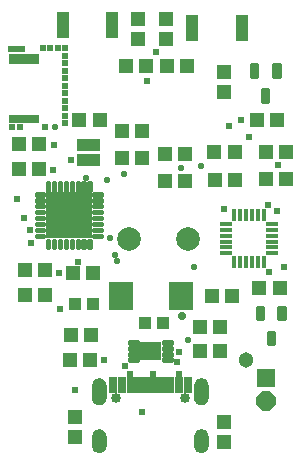
<source format=gts>
G04 EAGLE Gerber RS-274X export*
G75*
%MOMM*%
%FSLAX34Y34*%
%LPD*%
%INSoldermask Top*%
%IPPOS*%
%AMOC8*
5,1,8,0,0,1.08239X$1,22.5*%
G01*
%ADD10R,1.303200X1.203200*%
%ADD11R,1.203200X1.303200*%
%ADD12R,2.003200X2.403200*%
%ADD13C,0.853200*%
%ADD14R,0.803200X1.353200*%
%ADD15R,0.503200X1.353200*%
%ADD16R,1.643200X1.643200*%
%ADD17P,1.778583X8X22.500000*%
%ADD18C,1.303200*%
%ADD19C,0.357806*%
%ADD20C,2.003200*%
%ADD21R,1.003200X2.203200*%
%ADD22R,2.603200X0.803200*%
%ADD23R,2.603200X0.838200*%
%ADD24C,0.269722*%
%ADD25R,3.903200X3.903200*%
%ADD26R,0.993200X0.463200*%
%ADD27R,0.463200X0.993200*%
%ADD28C,0.222403*%
%ADD29R,1.828200X1.628200*%
%ADD30C,0.362206*%
%ADD31R,0.978200X1.078200*%
%ADD32R,1.003200X1.003200*%
%ADD33C,0.605600*%
%ADD34C,0.555600*%
%ADD35C,0.705600*%

G36*
X167407Y59735D02*
X167407Y59735D01*
X167412Y59740D01*
X167416Y59737D01*
X168542Y60078D01*
X168546Y60084D01*
X168551Y60082D01*
X169588Y60637D01*
X169591Y60643D01*
X169596Y60642D01*
X170505Y61388D01*
X170507Y61395D01*
X170512Y61395D01*
X171258Y62304D01*
X171258Y62311D01*
X171264Y62312D01*
X171818Y63349D01*
X171817Y63357D01*
X171822Y63358D01*
X171938Y63743D01*
X172133Y64383D01*
X172163Y64484D01*
X172161Y64491D01*
X172165Y64493D01*
X172280Y65664D01*
X172278Y65667D01*
X172281Y65669D01*
X172281Y76669D01*
X172278Y76672D01*
X172280Y76674D01*
X172165Y77844D01*
X172160Y77849D01*
X172163Y77854D01*
X171822Y78979D01*
X171816Y78983D01*
X171818Y78988D01*
X171264Y80025D01*
X171257Y80028D01*
X171258Y80033D01*
X170512Y80943D01*
X170505Y80944D01*
X170505Y80949D01*
X169596Y81696D01*
X169589Y81696D01*
X169588Y81701D01*
X168551Y82255D01*
X168543Y82254D01*
X168542Y82259D01*
X167416Y82601D01*
X167409Y82598D01*
X167407Y82602D01*
X166236Y82718D01*
X166235Y82717D01*
X166234Y82718D01*
X166229Y82718D01*
X166227Y82717D01*
X166226Y82718D01*
X165056Y82602D01*
X165051Y82598D01*
X165046Y82601D01*
X163921Y82259D01*
X163917Y82253D01*
X163912Y82255D01*
X162875Y81701D01*
X162872Y81694D01*
X162867Y81696D01*
X161957Y80949D01*
X161956Y80942D01*
X161951Y80943D01*
X161204Y80033D01*
X161204Y80026D01*
X161199Y80025D01*
X160645Y78988D01*
X160646Y78981D01*
X160641Y78979D01*
X160599Y78840D01*
X160405Y78200D01*
X160299Y77854D01*
X160302Y77847D01*
X160298Y77844D01*
X160182Y76674D01*
X160184Y76670D01*
X160182Y76669D01*
X160182Y65669D01*
X160184Y65666D01*
X160182Y65664D01*
X160298Y64493D01*
X160302Y64488D01*
X160299Y64484D01*
X160641Y63358D01*
X160647Y63354D01*
X160645Y63349D01*
X161199Y62312D01*
X161206Y62309D01*
X161204Y62304D01*
X161951Y61395D01*
X161958Y61393D01*
X161957Y61388D01*
X162867Y60642D01*
X162874Y60642D01*
X162875Y60637D01*
X163912Y60082D01*
X163919Y60083D01*
X163921Y60078D01*
X165046Y59737D01*
X165053Y59739D01*
X165056Y59735D01*
X166226Y59620D01*
X166233Y59624D01*
X166236Y59620D01*
X167407Y59735D01*
G37*
G36*
X81007Y59735D02*
X81007Y59735D01*
X81012Y59740D01*
X81016Y59737D01*
X82142Y60078D01*
X82146Y60084D01*
X82151Y60082D01*
X83188Y60637D01*
X83191Y60643D01*
X83196Y60642D01*
X84105Y61388D01*
X84107Y61395D01*
X84112Y61395D01*
X84858Y62304D01*
X84858Y62311D01*
X84864Y62312D01*
X85418Y63349D01*
X85417Y63357D01*
X85422Y63358D01*
X85538Y63743D01*
X85733Y64383D01*
X85763Y64484D01*
X85761Y64491D01*
X85765Y64493D01*
X85880Y65664D01*
X85878Y65667D01*
X85881Y65669D01*
X85881Y76669D01*
X85878Y76672D01*
X85880Y76674D01*
X85765Y77844D01*
X85760Y77849D01*
X85763Y77854D01*
X85422Y78979D01*
X85416Y78983D01*
X85418Y78988D01*
X84864Y80025D01*
X84857Y80028D01*
X84858Y80033D01*
X84112Y80943D01*
X84105Y80944D01*
X84105Y80949D01*
X83196Y81696D01*
X83189Y81696D01*
X83188Y81701D01*
X82151Y82255D01*
X82143Y82254D01*
X82142Y82259D01*
X81016Y82601D01*
X81009Y82598D01*
X81007Y82602D01*
X79836Y82718D01*
X79835Y82717D01*
X79834Y82718D01*
X79829Y82718D01*
X79827Y82717D01*
X79826Y82718D01*
X78656Y82602D01*
X78651Y82598D01*
X78646Y82601D01*
X77521Y82259D01*
X77517Y82253D01*
X77512Y82255D01*
X76475Y81701D01*
X76472Y81694D01*
X76467Y81696D01*
X75557Y80949D01*
X75556Y80942D01*
X75551Y80943D01*
X74804Y80033D01*
X74804Y80026D01*
X74799Y80025D01*
X74245Y78988D01*
X74246Y78981D01*
X74241Y78979D01*
X74199Y78840D01*
X74005Y78200D01*
X73899Y77854D01*
X73902Y77847D01*
X73898Y77844D01*
X73782Y76674D01*
X73784Y76670D01*
X73782Y76669D01*
X73782Y65669D01*
X73784Y65666D01*
X73782Y65664D01*
X73898Y64493D01*
X73902Y64488D01*
X73899Y64484D01*
X74241Y63358D01*
X74247Y63354D01*
X74245Y63349D01*
X74799Y62312D01*
X74806Y62309D01*
X74804Y62304D01*
X75551Y61395D01*
X75558Y61393D01*
X75557Y61388D01*
X76467Y60642D01*
X76474Y60642D01*
X76475Y60637D01*
X77512Y60082D01*
X77519Y60083D01*
X77521Y60078D01*
X78646Y59737D01*
X78653Y59739D01*
X78656Y59735D01*
X79826Y59620D01*
X79833Y59624D01*
X79836Y59620D01*
X81007Y59735D01*
G37*
G36*
X81007Y19435D02*
X81007Y19435D01*
X81012Y19440D01*
X81016Y19437D01*
X82142Y19778D01*
X82146Y19784D01*
X82151Y19782D01*
X83188Y20337D01*
X83191Y20343D01*
X83196Y20342D01*
X84105Y21088D01*
X84107Y21095D01*
X84112Y21095D01*
X84858Y22004D01*
X84858Y22011D01*
X84864Y22012D01*
X85418Y23049D01*
X85417Y23057D01*
X85422Y23058D01*
X85538Y23443D01*
X85733Y24083D01*
X85763Y24184D01*
X85761Y24191D01*
X85765Y24193D01*
X85880Y25364D01*
X85878Y25367D01*
X85881Y25369D01*
X85881Y33369D01*
X85878Y33372D01*
X85880Y33374D01*
X85765Y34544D01*
X85760Y34549D01*
X85763Y34554D01*
X85422Y35679D01*
X85416Y35683D01*
X85418Y35688D01*
X84864Y36725D01*
X84857Y36728D01*
X84858Y36733D01*
X84112Y37643D01*
X84105Y37644D01*
X84105Y37649D01*
X83196Y38396D01*
X83189Y38396D01*
X83188Y38401D01*
X82151Y38955D01*
X82143Y38954D01*
X82142Y38959D01*
X81016Y39301D01*
X81009Y39298D01*
X81007Y39302D01*
X79836Y39418D01*
X79830Y39414D01*
X79826Y39418D01*
X78656Y39302D01*
X78651Y39298D01*
X78646Y39301D01*
X77521Y38959D01*
X77517Y38953D01*
X77512Y38955D01*
X76475Y38401D01*
X76472Y38394D01*
X76467Y38396D01*
X75557Y37649D01*
X75556Y37642D01*
X75551Y37643D01*
X74804Y36733D01*
X74804Y36726D01*
X74799Y36725D01*
X74245Y35688D01*
X74245Y35685D01*
X74244Y35684D01*
X74246Y35681D01*
X74241Y35679D01*
X74063Y35093D01*
X74048Y35044D01*
X73899Y34554D01*
X73900Y34552D01*
X73899Y34551D01*
X73902Y34548D01*
X73902Y34547D01*
X73898Y34544D01*
X73782Y33374D01*
X73784Y33370D01*
X73782Y33369D01*
X73782Y25369D01*
X73784Y25366D01*
X73782Y25364D01*
X73898Y24193D01*
X73902Y24188D01*
X73899Y24184D01*
X74241Y23058D01*
X74247Y23054D01*
X74245Y23049D01*
X74799Y22012D01*
X74806Y22009D01*
X74804Y22004D01*
X75551Y21095D01*
X75558Y21093D01*
X75557Y21088D01*
X76467Y20342D01*
X76474Y20342D01*
X76475Y20337D01*
X77512Y19782D01*
X77519Y19783D01*
X77521Y19778D01*
X78646Y19437D01*
X78653Y19439D01*
X78656Y19435D01*
X79826Y19320D01*
X79833Y19324D01*
X79836Y19320D01*
X81007Y19435D01*
G37*
G36*
X167407Y19435D02*
X167407Y19435D01*
X167412Y19440D01*
X167416Y19437D01*
X168542Y19778D01*
X168546Y19784D01*
X168551Y19782D01*
X169588Y20337D01*
X169591Y20343D01*
X169596Y20342D01*
X170505Y21088D01*
X170507Y21095D01*
X170512Y21095D01*
X171258Y22004D01*
X171258Y22011D01*
X171264Y22012D01*
X171818Y23049D01*
X171817Y23057D01*
X171822Y23058D01*
X171938Y23443D01*
X172133Y24083D01*
X172163Y24184D01*
X172161Y24191D01*
X172165Y24193D01*
X172280Y25364D01*
X172278Y25367D01*
X172281Y25369D01*
X172281Y33369D01*
X172278Y33372D01*
X172280Y33374D01*
X172165Y34544D01*
X172160Y34549D01*
X172163Y34554D01*
X171822Y35679D01*
X171816Y35683D01*
X171818Y35688D01*
X171264Y36725D01*
X171257Y36728D01*
X171258Y36733D01*
X170512Y37643D01*
X170505Y37644D01*
X170505Y37649D01*
X169596Y38396D01*
X169589Y38396D01*
X169588Y38401D01*
X168551Y38955D01*
X168543Y38954D01*
X168542Y38959D01*
X167416Y39301D01*
X167409Y39298D01*
X167407Y39302D01*
X166236Y39418D01*
X166230Y39414D01*
X166226Y39418D01*
X165056Y39302D01*
X165051Y39298D01*
X165046Y39301D01*
X163921Y38959D01*
X163917Y38953D01*
X163912Y38955D01*
X162875Y38401D01*
X162872Y38394D01*
X162867Y38396D01*
X161957Y37649D01*
X161956Y37642D01*
X161951Y37643D01*
X161204Y36733D01*
X161204Y36726D01*
X161199Y36725D01*
X160645Y35688D01*
X160645Y35685D01*
X160644Y35684D01*
X160646Y35681D01*
X160641Y35679D01*
X160463Y35093D01*
X160448Y35044D01*
X160299Y34554D01*
X160300Y34552D01*
X160299Y34551D01*
X160302Y34548D01*
X160302Y34547D01*
X160298Y34544D01*
X160182Y33374D01*
X160184Y33370D01*
X160182Y33369D01*
X160182Y25369D01*
X160184Y25366D01*
X160182Y25364D01*
X160298Y24193D01*
X160302Y24188D01*
X160299Y24184D01*
X160641Y23058D01*
X160647Y23054D01*
X160645Y23049D01*
X161199Y22012D01*
X161206Y22009D01*
X161204Y22004D01*
X161951Y21095D01*
X161958Y21093D01*
X161957Y21088D01*
X162867Y20342D01*
X162874Y20342D01*
X162875Y20337D01*
X163912Y19782D01*
X163919Y19783D01*
X163921Y19778D01*
X165046Y19437D01*
X165053Y19439D01*
X165056Y19435D01*
X166226Y19320D01*
X166233Y19324D01*
X166236Y19320D01*
X167407Y19435D01*
G37*
D10*
X98656Y269081D03*
X115656Y269081D03*
X220894Y273844D03*
X237894Y273844D03*
X237894Y251619D03*
X220894Y251619D03*
X72794Y119063D03*
X55794Y119063D03*
X174856Y152400D03*
X191856Y152400D03*
X72000Y97631D03*
X55000Y97631D03*
X135169Y249238D03*
X152169Y249238D03*
X33900Y173831D03*
X16900Y173831D03*
X33900Y153194D03*
X16900Y153194D03*
X62938Y300831D03*
X79938Y300831D03*
X98656Y292100D03*
X115656Y292100D03*
X11344Y280988D03*
X28344Y280988D03*
D11*
X136525Y370119D03*
X136525Y387119D03*
X112713Y370119D03*
X112713Y387119D03*
D10*
X212956Y300831D03*
X229956Y300831D03*
D11*
X185738Y341875D03*
X185738Y324875D03*
D10*
X215338Y158750D03*
X232338Y158750D03*
D12*
X149325Y152400D03*
X98325Y152400D03*
D13*
X151931Y66169D03*
X94131Y66169D03*
D14*
X91031Y76919D03*
X155031Y76919D03*
X99031Y76919D03*
X147031Y76919D03*
D15*
X125531Y76919D03*
X120531Y76919D03*
X130531Y76919D03*
X135531Y76919D03*
X140531Y76919D03*
X115531Y76919D03*
X110531Y76919D03*
X105531Y76919D03*
D16*
X220663Y83025D03*
D17*
X220663Y63025D03*
D18*
X203663Y98025D03*
D19*
X232298Y132547D02*
X232298Y141901D01*
X236852Y141901D01*
X236852Y132547D01*
X232298Y132547D01*
X232298Y135946D02*
X236852Y135946D01*
X236852Y139345D02*
X232298Y139345D01*
X223148Y120501D02*
X223148Y111147D01*
X223148Y120501D02*
X227702Y120501D01*
X227702Y111147D01*
X223148Y111147D01*
X223148Y114546D02*
X227702Y114546D01*
X227702Y117945D02*
X223148Y117945D01*
X213998Y132547D02*
X213998Y141901D01*
X218552Y141901D01*
X218552Y132547D01*
X213998Y132547D01*
X213998Y135946D02*
X218552Y135946D01*
X218552Y139345D02*
X213998Y139345D01*
D11*
X153756Y346869D03*
X136756Y346869D03*
X165331Y126206D03*
X182331Y126206D03*
X119308Y347186D03*
X102308Y347186D03*
D10*
X59531Y32775D03*
X59531Y49775D03*
X185738Y28806D03*
X185738Y45806D03*
D11*
X194238Y273844D03*
X177238Y273844D03*
X195031Y250825D03*
X178031Y250825D03*
X182331Y105569D03*
X165331Y105569D03*
X135169Y272256D03*
X152169Y272256D03*
D20*
X105175Y200819D03*
X155175Y200819D03*
D21*
X200388Y379413D03*
X158388Y379413D03*
X48850Y381794D03*
X90850Y381794D03*
D22*
X15875Y302419D03*
D23*
X15875Y353219D03*
D24*
X35457Y192445D02*
X37493Y192445D01*
X35457Y192445D02*
X35457Y199881D01*
X37493Y199881D01*
X37493Y192445D01*
X37493Y195007D02*
X35457Y195007D01*
X35457Y197569D02*
X37493Y197569D01*
X40457Y192445D02*
X42493Y192445D01*
X40457Y192445D02*
X40457Y199881D01*
X42493Y199881D01*
X42493Y192445D01*
X42493Y195007D02*
X40457Y195007D01*
X40457Y197569D02*
X42493Y197569D01*
X45457Y192445D02*
X47493Y192445D01*
X45457Y192445D02*
X45457Y199881D01*
X47493Y199881D01*
X47493Y192445D01*
X47493Y195007D02*
X45457Y195007D01*
X45457Y197569D02*
X47493Y197569D01*
X50457Y192445D02*
X52493Y192445D01*
X50457Y192445D02*
X50457Y199881D01*
X52493Y199881D01*
X52493Y192445D01*
X52493Y195007D02*
X50457Y195007D01*
X50457Y197569D02*
X52493Y197569D01*
X55457Y192445D02*
X57493Y192445D01*
X55457Y192445D02*
X55457Y199881D01*
X57493Y199881D01*
X57493Y192445D01*
X57493Y195007D02*
X55457Y195007D01*
X55457Y197569D02*
X57493Y197569D01*
X60457Y192445D02*
X62493Y192445D01*
X60457Y192445D02*
X60457Y199881D01*
X62493Y199881D01*
X62493Y192445D01*
X62493Y195007D02*
X60457Y195007D01*
X60457Y197569D02*
X62493Y197569D01*
X65457Y192445D02*
X67493Y192445D01*
X65457Y192445D02*
X65457Y199881D01*
X67493Y199881D01*
X67493Y192445D01*
X67493Y195007D02*
X65457Y195007D01*
X65457Y197569D02*
X67493Y197569D01*
X70457Y192445D02*
X72493Y192445D01*
X70457Y192445D02*
X70457Y199881D01*
X72493Y199881D01*
X72493Y192445D01*
X72493Y195007D02*
X70457Y195007D01*
X70457Y197569D02*
X72493Y197569D01*
X72493Y241445D02*
X70457Y241445D01*
X70457Y248881D01*
X72493Y248881D01*
X72493Y241445D01*
X72493Y244007D02*
X70457Y244007D01*
X70457Y246569D02*
X72493Y246569D01*
X67493Y241445D02*
X65457Y241445D01*
X65457Y248881D01*
X67493Y248881D01*
X67493Y241445D01*
X67493Y244007D02*
X65457Y244007D01*
X65457Y246569D02*
X67493Y246569D01*
X62493Y241445D02*
X60457Y241445D01*
X60457Y248881D01*
X62493Y248881D01*
X62493Y241445D01*
X62493Y244007D02*
X60457Y244007D01*
X60457Y246569D02*
X62493Y246569D01*
X57493Y241445D02*
X55457Y241445D01*
X55457Y248881D01*
X57493Y248881D01*
X57493Y241445D01*
X57493Y244007D02*
X55457Y244007D01*
X55457Y246569D02*
X57493Y246569D01*
X52493Y241445D02*
X50457Y241445D01*
X50457Y248881D01*
X52493Y248881D01*
X52493Y241445D01*
X52493Y244007D02*
X50457Y244007D01*
X50457Y246569D02*
X52493Y246569D01*
X47493Y241445D02*
X45457Y241445D01*
X45457Y248881D01*
X47493Y248881D01*
X47493Y241445D01*
X47493Y244007D02*
X45457Y244007D01*
X45457Y246569D02*
X47493Y246569D01*
X42493Y241445D02*
X40457Y241445D01*
X40457Y248881D01*
X42493Y248881D01*
X42493Y241445D01*
X42493Y244007D02*
X40457Y244007D01*
X40457Y246569D02*
X42493Y246569D01*
X37493Y241445D02*
X35457Y241445D01*
X35457Y248881D01*
X37493Y248881D01*
X37493Y241445D01*
X37493Y244007D02*
X35457Y244007D01*
X35457Y246569D02*
X37493Y246569D01*
X33193Y237145D02*
X25757Y237145D01*
X25757Y239181D01*
X33193Y239181D01*
X33193Y237145D01*
X33193Y232145D02*
X25757Y232145D01*
X25757Y234181D01*
X33193Y234181D01*
X33193Y232145D01*
X33193Y227145D02*
X25757Y227145D01*
X25757Y229181D01*
X33193Y229181D01*
X33193Y227145D01*
X33193Y222145D02*
X25757Y222145D01*
X25757Y224181D01*
X33193Y224181D01*
X33193Y222145D01*
X33193Y217145D02*
X25757Y217145D01*
X25757Y219181D01*
X33193Y219181D01*
X33193Y217145D01*
X33193Y212145D02*
X25757Y212145D01*
X25757Y214181D01*
X33193Y214181D01*
X33193Y212145D01*
X33193Y207145D02*
X25757Y207145D01*
X25757Y209181D01*
X33193Y209181D01*
X33193Y207145D01*
X33193Y202145D02*
X25757Y202145D01*
X25757Y204181D01*
X33193Y204181D01*
X33193Y202145D01*
X74757Y202145D02*
X82193Y202145D01*
X74757Y202145D02*
X74757Y204181D01*
X82193Y204181D01*
X82193Y202145D01*
X82193Y207145D02*
X74757Y207145D01*
X74757Y209181D01*
X82193Y209181D01*
X82193Y207145D01*
X82193Y212145D02*
X74757Y212145D01*
X74757Y214181D01*
X82193Y214181D01*
X82193Y212145D01*
X82193Y217145D02*
X74757Y217145D01*
X74757Y219181D01*
X82193Y219181D01*
X82193Y217145D01*
X82193Y222145D02*
X74757Y222145D01*
X74757Y224181D01*
X82193Y224181D01*
X82193Y222145D01*
X82193Y227145D02*
X74757Y227145D01*
X74757Y229181D01*
X82193Y229181D01*
X82193Y227145D01*
X82193Y232145D02*
X74757Y232145D01*
X74757Y234181D01*
X82193Y234181D01*
X82193Y232145D01*
X82193Y237145D02*
X74757Y237145D01*
X74757Y239181D01*
X82193Y239181D01*
X82193Y237145D01*
D25*
X53975Y220663D03*
D26*
X186675Y213319D03*
X186675Y208319D03*
X186675Y203319D03*
X186675Y198319D03*
X186675Y193319D03*
X186675Y188319D03*
D27*
X193875Y181119D03*
X198875Y181119D03*
X203875Y181119D03*
X208875Y181119D03*
X213875Y181119D03*
X218875Y181119D03*
D26*
X226075Y188319D03*
X226075Y193319D03*
X226075Y198319D03*
X226075Y203319D03*
X226075Y208319D03*
X226075Y213319D03*
D27*
X218875Y220519D03*
X213875Y220519D03*
X208875Y220519D03*
X203875Y220519D03*
X198875Y220519D03*
X193875Y220519D03*
D28*
X112785Y111815D02*
X104577Y111815D01*
X104577Y114323D01*
X112785Y114323D01*
X112785Y111815D01*
X112785Y113928D02*
X104577Y113928D01*
X104577Y106815D02*
X112785Y106815D01*
X104577Y106815D02*
X104577Y109323D01*
X112785Y109323D01*
X112785Y106815D01*
X112785Y108928D02*
X104577Y108928D01*
X104577Y101815D02*
X112785Y101815D01*
X104577Y101815D02*
X104577Y104323D01*
X112785Y104323D01*
X112785Y101815D01*
X112785Y103928D02*
X104577Y103928D01*
X104577Y96815D02*
X112785Y96815D01*
X104577Y96815D02*
X104577Y99323D01*
X112785Y99323D01*
X112785Y96815D01*
X112785Y98928D02*
X104577Y98928D01*
X133277Y99323D02*
X141485Y99323D01*
X141485Y96815D01*
X133277Y96815D01*
X133277Y99323D01*
X133277Y98928D02*
X141485Y98928D01*
X141485Y104323D02*
X133277Y104323D01*
X141485Y104323D02*
X141485Y101815D01*
X133277Y101815D01*
X133277Y104323D01*
X133277Y103928D02*
X141485Y103928D01*
X141485Y109323D02*
X133277Y109323D01*
X141485Y109323D02*
X141485Y106815D01*
X133277Y106815D01*
X133277Y109323D01*
X133277Y108928D02*
X141485Y108928D01*
X141485Y114323D02*
X133277Y114323D01*
X141485Y114323D02*
X141485Y111815D01*
X133277Y111815D01*
X133277Y114323D01*
X133277Y113928D02*
X141485Y113928D01*
D29*
X123031Y105569D03*
D30*
X227699Y337450D02*
X227699Y348060D01*
X232309Y348060D01*
X232309Y337450D01*
X227699Y337450D01*
X227699Y340891D02*
X232309Y340891D01*
X232309Y344332D02*
X227699Y344332D01*
X227699Y347773D02*
X232309Y347773D01*
X208699Y348060D02*
X208699Y337450D01*
X208699Y348060D02*
X213309Y348060D01*
X213309Y337450D01*
X208699Y337450D01*
X208699Y340891D02*
X213309Y340891D01*
X213309Y344332D02*
X208699Y344332D01*
X208699Y347773D02*
X213309Y347773D01*
X218199Y326760D02*
X218199Y316150D01*
X218199Y326760D02*
X222809Y326760D01*
X222809Y316150D01*
X218199Y316150D01*
X218199Y319591D02*
X222809Y319591D01*
X222809Y323032D02*
X218199Y323032D01*
X218199Y326473D02*
X222809Y326473D01*
D31*
X75514Y267474D03*
X75514Y280214D03*
X65774Y280214D03*
X65774Y267474D03*
D11*
X74381Y171450D03*
X57381Y171450D03*
D10*
X11344Y259556D03*
X28344Y259556D03*
D32*
X118706Y129381D03*
X133706Y129381D03*
X59175Y145256D03*
X74175Y145256D03*
D33*
X4763Y361156D03*
X9525Y361156D03*
X14288Y361156D03*
X31750Y361950D03*
X38100Y361950D03*
X44450Y361950D03*
X50800Y361950D03*
X50800Y355600D03*
X50800Y349250D03*
X50800Y342900D03*
X50800Y336550D03*
X50800Y330200D03*
X50800Y323850D03*
X50800Y317500D03*
X50800Y304800D03*
X50800Y298450D03*
D34*
X42069Y295275D03*
D33*
X34131Y295275D03*
X12700Y295275D03*
X5556Y295275D03*
X50800Y311150D03*
X41275Y280158D03*
X55583Y267474D03*
X230188Y223838D03*
D34*
X100806Y255588D03*
X149225Y260350D03*
D33*
X230981Y262731D03*
X223838Y172244D03*
X146844Y104775D03*
X46831Y141288D03*
X64294Y229394D03*
X146844Y86519D03*
D34*
X154781Y115094D03*
D33*
X105569Y86483D03*
X59531Y73025D03*
X125413Y86451D03*
D34*
X68139Y252377D03*
X86519Y250825D03*
D33*
X115888Y53975D03*
X21431Y207963D03*
X127794Y358775D03*
X10319Y234156D03*
X40801Y258763D03*
X222250Y229394D03*
X189706Y296033D03*
D34*
X88900Y201613D03*
X92869Y187313D03*
X94456Y181769D03*
D33*
X119856Y334169D03*
D35*
X150019Y134938D03*
D33*
X145221Y96079D03*
X101163Y93225D03*
X84138Y97631D03*
D34*
X165894Y261938D03*
D33*
X200025Y301590D03*
X61677Y180940D03*
X206375Y286544D03*
X22225Y196850D03*
X184944Y226219D03*
D34*
X159544Y177006D03*
D33*
X235744Y177006D03*
X15875Y218281D03*
X46038Y171450D03*
M02*

</source>
